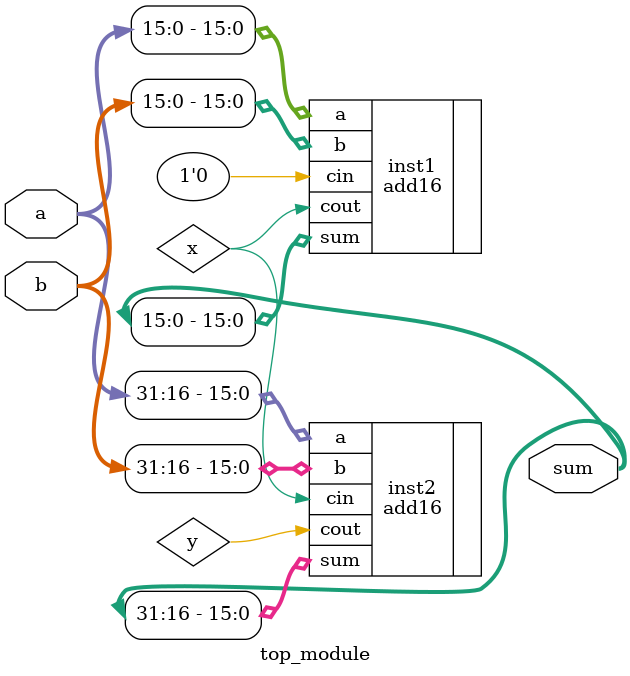
<source format=v>
module top_module(
    input [31:0] a,
    input [31:0] b,
    output [31:0] sum
);
	wire x,y;
    
    add16 inst1 (.a(a[15:0]), .b(b[15:0]), .cin(1'b0), .sum(sum[15:0]), .cout(x));
	add16 inst2 (.a(a[31:16]), .b(b[31:16]), .cin(x), .sum(sum[31:16]), .cout(y));


endmodule

</source>
